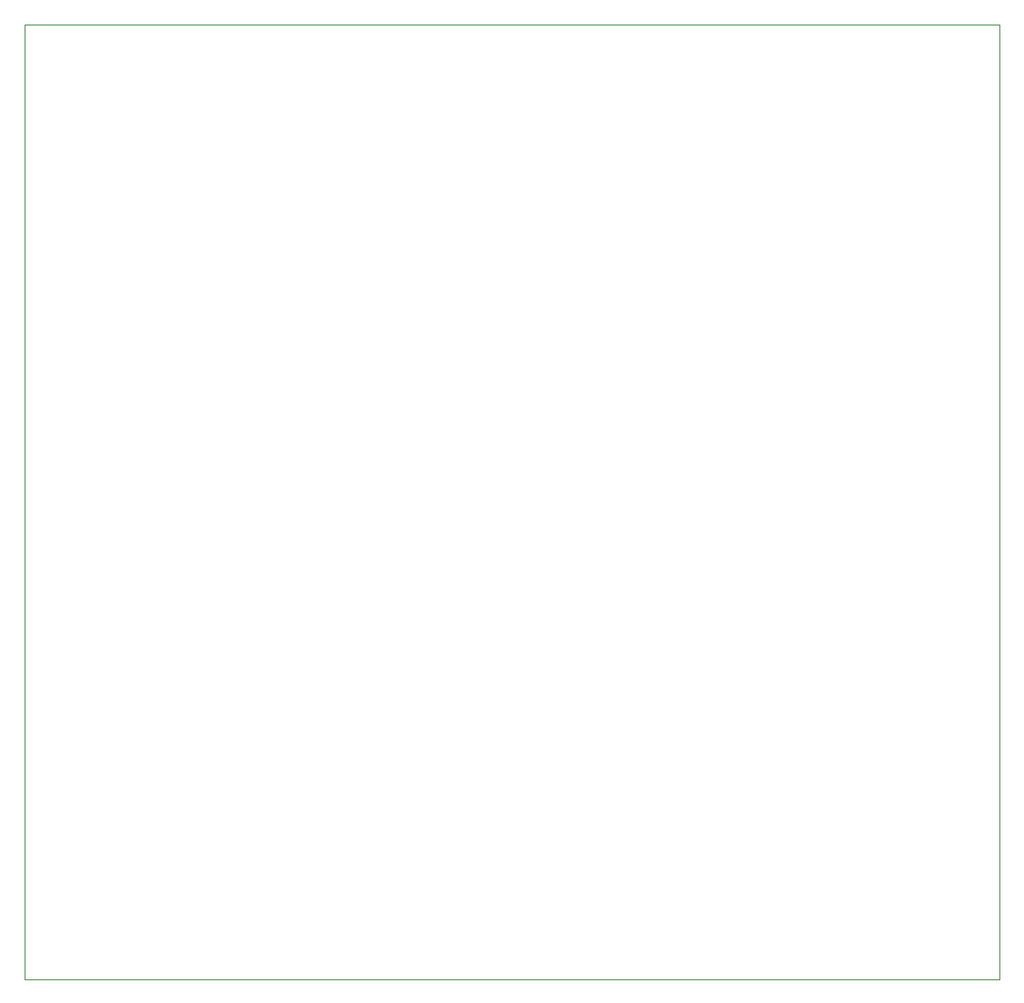
<source format=gbr>
G04*
G04 #@! TF.GenerationSoftware,Altium Limited,Altium Designer,24.6.1 (21)*
G04*
G04 Layer_Color=0*
%FSLAX25Y25*%
%MOIN*%
G70*
G04*
G04 #@! TF.SameCoordinates,02B8DA6F-49FF-4BAE-8194-33363A00AC8D*
G04*
G04*
G04 #@! TF.FilePolarity,Positive*
G04*
G01*
G75*
%ADD84C,0.00100*%
D84*
X343000Y100000D02*
X700000D01*
Y450000D01*
X343000D01*
Y100000D01*
M02*

</source>
